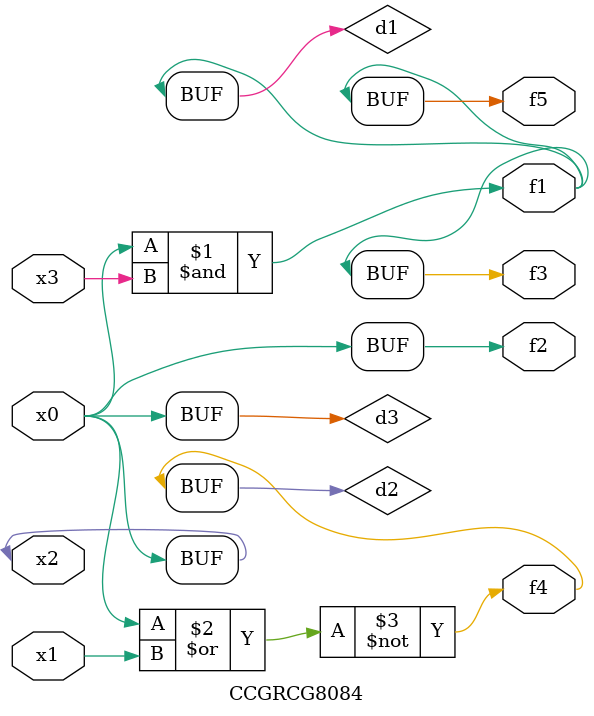
<source format=v>
module CCGRCG8084(
	input x0, x1, x2, x3,
	output f1, f2, f3, f4, f5
);

	wire d1, d2, d3;

	and (d1, x2, x3);
	nor (d2, x0, x1);
	buf (d3, x0, x2);
	assign f1 = d1;
	assign f2 = d3;
	assign f3 = d1;
	assign f4 = d2;
	assign f5 = d1;
endmodule

</source>
